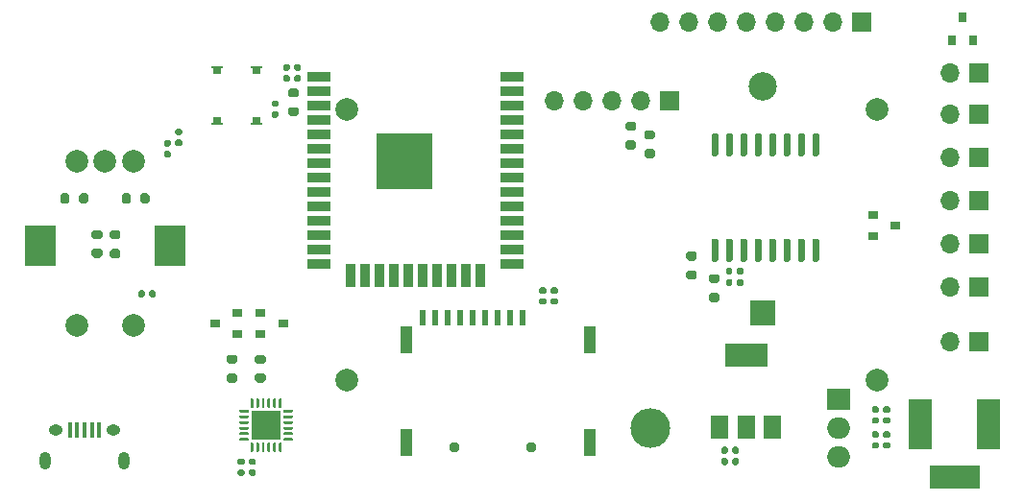
<source format=gbr>
%TF.GenerationSoftware,KiCad,Pcbnew,(5.1.8)-1*%
%TF.CreationDate,2021-03-10T16:05:31+00:00*%
%TF.ProjectId,Project_2_smaller,50726f6a-6563-4745-9f32-5f736d616c6c,rev?*%
%TF.SameCoordinates,Original*%
%TF.FileFunction,Soldermask,Top*%
%TF.FilePolarity,Negative*%
%FSLAX46Y46*%
G04 Gerber Fmt 4.6, Leading zero omitted, Abs format (unit mm)*
G04 Created by KiCad (PCBNEW (5.1.8)-1) date 2021-03-10 16:05:31*
%MOMM*%
%LPD*%
G01*
G04 APERTURE LIST*
%ADD10O,1.000000X1.550000*%
%ADD11O,1.250000X0.950000*%
%ADD12R,0.400000X1.350000*%
%ADD13R,4.500000X2.000000*%
%ADD14R,2.000000X4.500000*%
%ADD15O,1.700000X1.700000*%
%ADD16R,1.700000X1.700000*%
%ADD17C,2.000000*%
%ADD18R,0.620000X1.400000*%
%ADD19C,0.950000*%
%ADD20R,1.100000X2.400000*%
%ADD21R,2.170000X2.170000*%
%ADD22C,2.500000*%
%ADD23R,0.900000X0.800000*%
%ADD24R,0.800000X0.900000*%
%ADD25R,2.800000X3.600000*%
%ADD26R,0.700000X0.500000*%
%ADD27R,1.100000X0.200000*%
%ADD28R,2.000000X0.900000*%
%ADD29R,0.900000X2.000000*%
%ADD30R,5.000000X5.000000*%
%ADD31O,3.500000X3.500000*%
%ADD32R,2.000000X1.905000*%
%ADD33O,2.000000X1.905000*%
%ADD34R,2.600000X2.600000*%
%ADD35R,3.800000X2.000000*%
%ADD36R,1.500000X2.000000*%
G04 APERTURE END LIST*
D10*
%TO.C,J1*%
X102000000Y-106700000D03*
X95000000Y-106700000D03*
D11*
X96000000Y-104000000D03*
X101000000Y-104000000D03*
D12*
X97200000Y-104000000D03*
X97850000Y-104000000D03*
X99800000Y-104000000D03*
X99150000Y-104000000D03*
X98500000Y-104000000D03*
%TD*%
D13*
%TO.C,J2*%
X175200000Y-108200000D03*
D14*
X172200000Y-103500000D03*
X178200000Y-103500000D03*
%TD*%
D15*
%TO.C,J13*%
X139920000Y-75000000D03*
X142460000Y-75000000D03*
X145000000Y-75000000D03*
X147540000Y-75000000D03*
D16*
X150080000Y-75000000D03*
D17*
X121632000Y-75762000D03*
X168368000Y-75762000D03*
X168368000Y-99638000D03*
X121632000Y-99638000D03*
%TD*%
D18*
%TO.C,J3*%
X137080000Y-94080000D03*
X135980000Y-94080000D03*
X134880000Y-94080000D03*
X133780000Y-94080000D03*
X132680000Y-94080000D03*
X131580000Y-94080000D03*
X130480000Y-94080000D03*
X129380000Y-94080000D03*
X128280000Y-94080000D03*
D19*
X131100000Y-105500000D03*
X137900000Y-105500000D03*
D20*
X126900000Y-105080000D03*
X126900000Y-96080000D03*
X143050000Y-96080000D03*
X143050000Y-105080000D03*
%TD*%
%TO.C,R7*%
G36*
G01*
X114275000Y-98175000D02*
X113725000Y-98175000D01*
G75*
G02*
X113525000Y-97975000I0J200000D01*
G01*
X113525000Y-97575000D01*
G75*
G02*
X113725000Y-97375000I200000J0D01*
G01*
X114275000Y-97375000D01*
G75*
G02*
X114475000Y-97575000I0J-200000D01*
G01*
X114475000Y-97975000D01*
G75*
G02*
X114275000Y-98175000I-200000J0D01*
G01*
G37*
G36*
G01*
X114275000Y-99825000D02*
X113725000Y-99825000D01*
G75*
G02*
X113525000Y-99625000I0J200000D01*
G01*
X113525000Y-99225000D01*
G75*
G02*
X113725000Y-99025000I200000J0D01*
G01*
X114275000Y-99025000D01*
G75*
G02*
X114475000Y-99225000I0J-200000D01*
G01*
X114475000Y-99625000D01*
G75*
G02*
X114275000Y-99825000I-200000J0D01*
G01*
G37*
%TD*%
D21*
%TO.C,BT1*%
X158300000Y-93700000D03*
D22*
X158300000Y-73700000D03*
%TD*%
%TO.C,C1*%
G36*
G01*
X116470000Y-72314999D02*
X116130000Y-72314999D01*
G75*
G02*
X115990000Y-72174999I0J140000D01*
G01*
X115990000Y-71894999D01*
G75*
G02*
X116130000Y-71754999I140000J0D01*
G01*
X116470000Y-71754999D01*
G75*
G02*
X116610000Y-71894999I0J-140000D01*
G01*
X116610000Y-72174999D01*
G75*
G02*
X116470000Y-72314999I-140000J0D01*
G01*
G37*
G36*
G01*
X116470000Y-73274999D02*
X116130000Y-73274999D01*
G75*
G02*
X115990000Y-73134999I0J140000D01*
G01*
X115990000Y-72854999D01*
G75*
G02*
X116130000Y-72714999I140000J0D01*
G01*
X116470000Y-72714999D01*
G75*
G02*
X116610000Y-72854999I0J-140000D01*
G01*
X116610000Y-73134999D01*
G75*
G02*
X116470000Y-73274999I-140000J0D01*
G01*
G37*
%TD*%
%TO.C,C2*%
G36*
G01*
X117445001Y-72314999D02*
X117105001Y-72314999D01*
G75*
G02*
X116965001Y-72174999I0J140000D01*
G01*
X116965001Y-71894999D01*
G75*
G02*
X117105001Y-71754999I140000J0D01*
G01*
X117445001Y-71754999D01*
G75*
G02*
X117585001Y-71894999I0J-140000D01*
G01*
X117585001Y-72174999D01*
G75*
G02*
X117445001Y-72314999I-140000J0D01*
G01*
G37*
G36*
G01*
X117445001Y-73274999D02*
X117105001Y-73274999D01*
G75*
G02*
X116965001Y-73134999I0J140000D01*
G01*
X116965001Y-72854999D01*
G75*
G02*
X117105001Y-72714999I140000J0D01*
G01*
X117445001Y-72714999D01*
G75*
G02*
X117585001Y-72854999I0J-140000D01*
G01*
X117585001Y-73134999D01*
G75*
G02*
X117445001Y-73274999I-140000J0D01*
G01*
G37*
%TD*%
%TO.C,C3*%
G36*
G01*
X115470000Y-75500000D02*
X115130000Y-75500000D01*
G75*
G02*
X114990000Y-75360000I0J140000D01*
G01*
X114990000Y-75080000D01*
G75*
G02*
X115130000Y-74940000I140000J0D01*
G01*
X115470000Y-74940000D01*
G75*
G02*
X115610000Y-75080000I0J-140000D01*
G01*
X115610000Y-75360000D01*
G75*
G02*
X115470000Y-75500000I-140000J0D01*
G01*
G37*
G36*
G01*
X115470000Y-76460000D02*
X115130000Y-76460000D01*
G75*
G02*
X114990000Y-76320000I0J140000D01*
G01*
X114990000Y-76040000D01*
G75*
G02*
X115130000Y-75900000I140000J0D01*
G01*
X115470000Y-75900000D01*
G75*
G02*
X115610000Y-76040000I0J-140000D01*
G01*
X115610000Y-76320000D01*
G75*
G02*
X115470000Y-76460000I-140000J0D01*
G01*
G37*
%TD*%
%TO.C,C4*%
G36*
G01*
X113130000Y-106540000D02*
X113470000Y-106540000D01*
G75*
G02*
X113610000Y-106680000I0J-140000D01*
G01*
X113610000Y-106960000D01*
G75*
G02*
X113470000Y-107100000I-140000J0D01*
G01*
X113130000Y-107100000D01*
G75*
G02*
X112990000Y-106960000I0J140000D01*
G01*
X112990000Y-106680000D01*
G75*
G02*
X113130000Y-106540000I140000J0D01*
G01*
G37*
G36*
G01*
X113130000Y-107500000D02*
X113470000Y-107500000D01*
G75*
G02*
X113610000Y-107640000I0J-140000D01*
G01*
X113610000Y-107920000D01*
G75*
G02*
X113470000Y-108060000I-140000J0D01*
G01*
X113130000Y-108060000D01*
G75*
G02*
X112990000Y-107920000I0J140000D01*
G01*
X112990000Y-107640000D01*
G75*
G02*
X113130000Y-107500000I140000J0D01*
G01*
G37*
%TD*%
%TO.C,C5*%
G36*
G01*
X155040000Y-90170000D02*
X155040000Y-89830000D01*
G75*
G02*
X155180000Y-89690000I140000J0D01*
G01*
X155460000Y-89690000D01*
G75*
G02*
X155600000Y-89830000I0J-140000D01*
G01*
X155600000Y-90170000D01*
G75*
G02*
X155460000Y-90310000I-140000J0D01*
G01*
X155180000Y-90310000D01*
G75*
G02*
X155040000Y-90170000I0J140000D01*
G01*
G37*
G36*
G01*
X156000000Y-90170000D02*
X156000000Y-89830000D01*
G75*
G02*
X156140000Y-89690000I140000J0D01*
G01*
X156420000Y-89690000D01*
G75*
G02*
X156560000Y-89830000I0J-140000D01*
G01*
X156560000Y-90170000D01*
G75*
G02*
X156420000Y-90310000I-140000J0D01*
G01*
X156140000Y-90310000D01*
G75*
G02*
X156000000Y-90170000I0J140000D01*
G01*
G37*
%TD*%
%TO.C,C6*%
G36*
G01*
X112130000Y-107500000D02*
X112470000Y-107500000D01*
G75*
G02*
X112610000Y-107640000I0J-140000D01*
G01*
X112610000Y-107920000D01*
G75*
G02*
X112470000Y-108060000I-140000J0D01*
G01*
X112130000Y-108060000D01*
G75*
G02*
X111990000Y-107920000I0J140000D01*
G01*
X111990000Y-107640000D01*
G75*
G02*
X112130000Y-107500000I140000J0D01*
G01*
G37*
G36*
G01*
X112130000Y-106540000D02*
X112470000Y-106540000D01*
G75*
G02*
X112610000Y-106680000I0J-140000D01*
G01*
X112610000Y-106960000D01*
G75*
G02*
X112470000Y-107100000I-140000J0D01*
G01*
X112130000Y-107100000D01*
G75*
G02*
X111990000Y-106960000I0J140000D01*
G01*
X111990000Y-106680000D01*
G75*
G02*
X112130000Y-106540000I140000J0D01*
G01*
G37*
%TD*%
%TO.C,C7*%
G36*
G01*
X156000000Y-91170000D02*
X156000000Y-90830000D01*
G75*
G02*
X156140000Y-90690000I140000J0D01*
G01*
X156420000Y-90690000D01*
G75*
G02*
X156560000Y-90830000I0J-140000D01*
G01*
X156560000Y-91170000D01*
G75*
G02*
X156420000Y-91310000I-140000J0D01*
G01*
X156140000Y-91310000D01*
G75*
G02*
X156000000Y-91170000I0J140000D01*
G01*
G37*
G36*
G01*
X155040000Y-91170000D02*
X155040000Y-90830000D01*
G75*
G02*
X155180000Y-90690000I140000J0D01*
G01*
X155460000Y-90690000D01*
G75*
G02*
X155600000Y-90830000I0J-140000D01*
G01*
X155600000Y-91170000D01*
G75*
G02*
X155460000Y-91310000I-140000J0D01*
G01*
X155180000Y-91310000D01*
G75*
G02*
X155040000Y-91170000I0J140000D01*
G01*
G37*
%TD*%
%TO.C,C8*%
G36*
G01*
X169030000Y-102900000D02*
X169370000Y-102900000D01*
G75*
G02*
X169510000Y-103040000I0J-140000D01*
G01*
X169510000Y-103320000D01*
G75*
G02*
X169370000Y-103460000I-140000J0D01*
G01*
X169030000Y-103460000D01*
G75*
G02*
X168890000Y-103320000I0J140000D01*
G01*
X168890000Y-103040000D01*
G75*
G02*
X169030000Y-102900000I140000J0D01*
G01*
G37*
G36*
G01*
X169030000Y-101940000D02*
X169370000Y-101940000D01*
G75*
G02*
X169510000Y-102080000I0J-140000D01*
G01*
X169510000Y-102360000D01*
G75*
G02*
X169370000Y-102500000I-140000J0D01*
G01*
X169030000Y-102500000D01*
G75*
G02*
X168890000Y-102360000I0J140000D01*
G01*
X168890000Y-102080000D01*
G75*
G02*
X169030000Y-101940000I140000J0D01*
G01*
G37*
%TD*%
%TO.C,C9*%
G36*
G01*
X168030000Y-102900000D02*
X168370000Y-102900000D01*
G75*
G02*
X168510000Y-103040000I0J-140000D01*
G01*
X168510000Y-103320000D01*
G75*
G02*
X168370000Y-103460000I-140000J0D01*
G01*
X168030000Y-103460000D01*
G75*
G02*
X167890000Y-103320000I0J140000D01*
G01*
X167890000Y-103040000D01*
G75*
G02*
X168030000Y-102900000I140000J0D01*
G01*
G37*
G36*
G01*
X168030000Y-101940000D02*
X168370000Y-101940000D01*
G75*
G02*
X168510000Y-102080000I0J-140000D01*
G01*
X168510000Y-102360000D01*
G75*
G02*
X168370000Y-102500000I-140000J0D01*
G01*
X168030000Y-102500000D01*
G75*
G02*
X167890000Y-102360000I0J140000D01*
G01*
X167890000Y-102080000D01*
G75*
G02*
X168030000Y-101940000I140000J0D01*
G01*
G37*
%TD*%
%TO.C,C10*%
G36*
G01*
X169370000Y-104700000D02*
X169030000Y-104700000D01*
G75*
G02*
X168890000Y-104560000I0J140000D01*
G01*
X168890000Y-104280000D01*
G75*
G02*
X169030000Y-104140000I140000J0D01*
G01*
X169370000Y-104140000D01*
G75*
G02*
X169510000Y-104280000I0J-140000D01*
G01*
X169510000Y-104560000D01*
G75*
G02*
X169370000Y-104700000I-140000J0D01*
G01*
G37*
G36*
G01*
X169370000Y-105660000D02*
X169030000Y-105660000D01*
G75*
G02*
X168890000Y-105520000I0J140000D01*
G01*
X168890000Y-105240000D01*
G75*
G02*
X169030000Y-105100000I140000J0D01*
G01*
X169370000Y-105100000D01*
G75*
G02*
X169510000Y-105240000I0J-140000D01*
G01*
X169510000Y-105520000D01*
G75*
G02*
X169370000Y-105660000I-140000J0D01*
G01*
G37*
%TD*%
%TO.C,C11*%
G36*
G01*
X168370000Y-105660000D02*
X168030000Y-105660000D01*
G75*
G02*
X167890000Y-105520000I0J140000D01*
G01*
X167890000Y-105240000D01*
G75*
G02*
X168030000Y-105100000I140000J0D01*
G01*
X168370000Y-105100000D01*
G75*
G02*
X168510000Y-105240000I0J-140000D01*
G01*
X168510000Y-105520000D01*
G75*
G02*
X168370000Y-105660000I-140000J0D01*
G01*
G37*
G36*
G01*
X168370000Y-104700000D02*
X168030000Y-104700000D01*
G75*
G02*
X167890000Y-104560000I0J140000D01*
G01*
X167890000Y-104280000D01*
G75*
G02*
X168030000Y-104140000I140000J0D01*
G01*
X168370000Y-104140000D01*
G75*
G02*
X168510000Y-104280000I0J-140000D01*
G01*
X168510000Y-104560000D01*
G75*
G02*
X168370000Y-104700000I-140000J0D01*
G01*
G37*
%TD*%
%TO.C,C12*%
G36*
G01*
X140070000Y-92960000D02*
X139730000Y-92960000D01*
G75*
G02*
X139590000Y-92820000I0J140000D01*
G01*
X139590000Y-92540000D01*
G75*
G02*
X139730000Y-92400000I140000J0D01*
G01*
X140070000Y-92400000D01*
G75*
G02*
X140210000Y-92540000I0J-140000D01*
G01*
X140210000Y-92820000D01*
G75*
G02*
X140070000Y-92960000I-140000J0D01*
G01*
G37*
G36*
G01*
X140070000Y-92000000D02*
X139730000Y-92000000D01*
G75*
G02*
X139590000Y-91860000I0J140000D01*
G01*
X139590000Y-91580000D01*
G75*
G02*
X139730000Y-91440000I140000J0D01*
G01*
X140070000Y-91440000D01*
G75*
G02*
X140210000Y-91580000I0J-140000D01*
G01*
X140210000Y-91860000D01*
G75*
G02*
X140070000Y-92000000I-140000J0D01*
G01*
G37*
%TD*%
%TO.C,C13*%
G36*
G01*
X139055001Y-92000000D02*
X138715001Y-92000000D01*
G75*
G02*
X138575001Y-91860000I0J140000D01*
G01*
X138575001Y-91580000D01*
G75*
G02*
X138715001Y-91440000I140000J0D01*
G01*
X139055001Y-91440000D01*
G75*
G02*
X139195001Y-91580000I0J-140000D01*
G01*
X139195001Y-91860000D01*
G75*
G02*
X139055001Y-92000000I-140000J0D01*
G01*
G37*
G36*
G01*
X139055001Y-92960000D02*
X138715001Y-92960000D01*
G75*
G02*
X138575001Y-92820000I0J140000D01*
G01*
X138575001Y-92540000D01*
G75*
G02*
X138715001Y-92400000I140000J0D01*
G01*
X139055001Y-92400000D01*
G75*
G02*
X139195001Y-92540000I0J-140000D01*
G01*
X139195001Y-92820000D01*
G75*
G02*
X139055001Y-92960000I-140000J0D01*
G01*
G37*
%TD*%
%TO.C,C14*%
G36*
G01*
X156160000Y-105630000D02*
X156160000Y-105970000D01*
G75*
G02*
X156020000Y-106110000I-140000J0D01*
G01*
X155740000Y-106110000D01*
G75*
G02*
X155600000Y-105970000I0J140000D01*
G01*
X155600000Y-105630000D01*
G75*
G02*
X155740000Y-105490000I140000J0D01*
G01*
X156020000Y-105490000D01*
G75*
G02*
X156160000Y-105630000I0J-140000D01*
G01*
G37*
G36*
G01*
X155200000Y-105630000D02*
X155200000Y-105970000D01*
G75*
G02*
X155060000Y-106110000I-140000J0D01*
G01*
X154780000Y-106110000D01*
G75*
G02*
X154640000Y-105970000I0J140000D01*
G01*
X154640000Y-105630000D01*
G75*
G02*
X154780000Y-105490000I140000J0D01*
G01*
X155060000Y-105490000D01*
G75*
G02*
X155200000Y-105630000I0J-140000D01*
G01*
G37*
%TD*%
%TO.C,C15*%
G36*
G01*
X155200000Y-106630000D02*
X155200000Y-106970000D01*
G75*
G02*
X155060000Y-107110000I-140000J0D01*
G01*
X154780000Y-107110000D01*
G75*
G02*
X154640000Y-106970000I0J140000D01*
G01*
X154640000Y-106630000D01*
G75*
G02*
X154780000Y-106490000I140000J0D01*
G01*
X155060000Y-106490000D01*
G75*
G02*
X155200000Y-106630000I0J-140000D01*
G01*
G37*
G36*
G01*
X156160000Y-106630000D02*
X156160000Y-106970000D01*
G75*
G02*
X156020000Y-107110000I-140000J0D01*
G01*
X155740000Y-107110000D01*
G75*
G02*
X155600000Y-106970000I0J140000D01*
G01*
X155600000Y-106630000D01*
G75*
G02*
X155740000Y-106490000I140000J0D01*
G01*
X156020000Y-106490000D01*
G75*
G02*
X156160000Y-106630000I0J-140000D01*
G01*
G37*
%TD*%
%TO.C,C16*%
G36*
G01*
X105970000Y-79960000D02*
X105630000Y-79960000D01*
G75*
G02*
X105490000Y-79820000I0J140000D01*
G01*
X105490000Y-79540000D01*
G75*
G02*
X105630000Y-79400000I140000J0D01*
G01*
X105970000Y-79400000D01*
G75*
G02*
X106110000Y-79540000I0J-140000D01*
G01*
X106110000Y-79820000D01*
G75*
G02*
X105970000Y-79960000I-140000J0D01*
G01*
G37*
G36*
G01*
X105970000Y-79000000D02*
X105630000Y-79000000D01*
G75*
G02*
X105490000Y-78860000I0J140000D01*
G01*
X105490000Y-78580000D01*
G75*
G02*
X105630000Y-78440000I140000J0D01*
G01*
X105970000Y-78440000D01*
G75*
G02*
X106110000Y-78580000I0J-140000D01*
G01*
X106110000Y-78860000D01*
G75*
G02*
X105970000Y-79000000I-140000J0D01*
G01*
G37*
%TD*%
%TO.C,C17*%
G36*
G01*
X106630000Y-78400000D02*
X106970000Y-78400000D01*
G75*
G02*
X107110000Y-78540000I0J-140000D01*
G01*
X107110000Y-78820000D01*
G75*
G02*
X106970000Y-78960000I-140000J0D01*
G01*
X106630000Y-78960000D01*
G75*
G02*
X106490000Y-78820000I0J140000D01*
G01*
X106490000Y-78540000D01*
G75*
G02*
X106630000Y-78400000I140000J0D01*
G01*
G37*
G36*
G01*
X106630000Y-77440000D02*
X106970000Y-77440000D01*
G75*
G02*
X107110000Y-77580000I0J-140000D01*
G01*
X107110000Y-77860000D01*
G75*
G02*
X106970000Y-78000000I-140000J0D01*
G01*
X106630000Y-78000000D01*
G75*
G02*
X106490000Y-77860000I0J140000D01*
G01*
X106490000Y-77580000D01*
G75*
G02*
X106630000Y-77440000I140000J0D01*
G01*
G37*
%TD*%
%TO.C,C18*%
G36*
G01*
X103240000Y-92170000D02*
X103240000Y-91830000D01*
G75*
G02*
X103380000Y-91690000I140000J0D01*
G01*
X103660000Y-91690000D01*
G75*
G02*
X103800000Y-91830000I0J-140000D01*
G01*
X103800000Y-92170000D01*
G75*
G02*
X103660000Y-92310000I-140000J0D01*
G01*
X103380000Y-92310000D01*
G75*
G02*
X103240000Y-92170000I0J140000D01*
G01*
G37*
G36*
G01*
X104200000Y-92170000D02*
X104200000Y-91830000D01*
G75*
G02*
X104340000Y-91690000I140000J0D01*
G01*
X104620000Y-91690000D01*
G75*
G02*
X104760000Y-91830000I0J-140000D01*
G01*
X104760000Y-92170000D01*
G75*
G02*
X104620000Y-92310000I-140000J0D01*
G01*
X104340000Y-92310000D01*
G75*
G02*
X104200000Y-92170000I0J140000D01*
G01*
G37*
%TD*%
D23*
%TO.C,D1*%
X170000000Y-86000000D03*
X168000000Y-86950000D03*
X168000000Y-85050000D03*
%TD*%
D24*
%TO.C,D2*%
X174950000Y-69600000D03*
X176850000Y-69600000D03*
X175900000Y-67600000D03*
%TD*%
D16*
%TO.C,J5*%
X167000000Y-68000000D03*
D15*
X164460000Y-68000000D03*
X161920000Y-68000000D03*
X159380000Y-68000000D03*
X156840000Y-68000000D03*
X154300000Y-68000000D03*
X151760000Y-68000000D03*
X149220000Y-68000000D03*
%TD*%
D16*
%TO.C,J6*%
X177300000Y-96200000D03*
D15*
X174760000Y-96200000D03*
%TD*%
D16*
%TO.C,J7*%
X177300000Y-91400000D03*
D15*
X174760000Y-91400000D03*
%TD*%
%TO.C,J8*%
X174760000Y-87600000D03*
D16*
X177300000Y-87600000D03*
%TD*%
%TO.C,J9*%
X177300000Y-83800000D03*
D15*
X174760000Y-83800000D03*
%TD*%
D16*
%TO.C,J10*%
X177300000Y-80000000D03*
D15*
X174760000Y-80000000D03*
%TD*%
%TO.C,J11*%
X174760000Y-76200000D03*
D16*
X177300000Y-76200000D03*
%TD*%
D15*
%TO.C,J12*%
X174760000Y-72500000D03*
D16*
X177300000Y-72500000D03*
%TD*%
D23*
%TO.C,Q1*%
X110000000Y-94600000D03*
X112000000Y-93650000D03*
X112000000Y-95550000D03*
%TD*%
%TO.C,Q2*%
X114000000Y-93650000D03*
X114000000Y-95550000D03*
X116000000Y-94600000D03*
%TD*%
%TO.C,R1*%
G36*
G01*
X117175000Y-76325000D02*
X116625000Y-76325000D01*
G75*
G02*
X116425000Y-76125000I0J200000D01*
G01*
X116425000Y-75725000D01*
G75*
G02*
X116625000Y-75525000I200000J0D01*
G01*
X117175000Y-75525000D01*
G75*
G02*
X117375000Y-75725000I0J-200000D01*
G01*
X117375000Y-76125000D01*
G75*
G02*
X117175000Y-76325000I-200000J0D01*
G01*
G37*
G36*
G01*
X117175000Y-74675000D02*
X116625000Y-74675000D01*
G75*
G02*
X116425000Y-74475000I0J200000D01*
G01*
X116425000Y-74075000D01*
G75*
G02*
X116625000Y-73875000I200000J0D01*
G01*
X117175000Y-73875000D01*
G75*
G02*
X117375000Y-74075000I0J-200000D01*
G01*
X117375000Y-74475000D01*
G75*
G02*
X117175000Y-74675000I-200000J0D01*
G01*
G37*
%TD*%
%TO.C,R2*%
G36*
G01*
X154275000Y-92725000D02*
X153725000Y-92725000D01*
G75*
G02*
X153525000Y-92525000I0J200000D01*
G01*
X153525000Y-92125000D01*
G75*
G02*
X153725000Y-91925000I200000J0D01*
G01*
X154275000Y-91925000D01*
G75*
G02*
X154475000Y-92125000I0J-200000D01*
G01*
X154475000Y-92525000D01*
G75*
G02*
X154275000Y-92725000I-200000J0D01*
G01*
G37*
G36*
G01*
X154275000Y-91075000D02*
X153725000Y-91075000D01*
G75*
G02*
X153525000Y-90875000I0J200000D01*
G01*
X153525000Y-90475000D01*
G75*
G02*
X153725000Y-90275000I200000J0D01*
G01*
X154275000Y-90275000D01*
G75*
G02*
X154475000Y-90475000I0J-200000D01*
G01*
X154475000Y-90875000D01*
G75*
G02*
X154275000Y-91075000I-200000J0D01*
G01*
G37*
%TD*%
%TO.C,R3*%
G36*
G01*
X151725000Y-89925000D02*
X152275000Y-89925000D01*
G75*
G02*
X152475000Y-90125000I0J-200000D01*
G01*
X152475000Y-90525000D01*
G75*
G02*
X152275000Y-90725000I-200000J0D01*
G01*
X151725000Y-90725000D01*
G75*
G02*
X151525000Y-90525000I0J200000D01*
G01*
X151525000Y-90125000D01*
G75*
G02*
X151725000Y-89925000I200000J0D01*
G01*
G37*
G36*
G01*
X151725000Y-88275000D02*
X152275000Y-88275000D01*
G75*
G02*
X152475000Y-88475000I0J-200000D01*
G01*
X152475000Y-88875000D01*
G75*
G02*
X152275000Y-89075000I-200000J0D01*
G01*
X151725000Y-89075000D01*
G75*
G02*
X151525000Y-88875000I0J200000D01*
G01*
X151525000Y-88475000D01*
G75*
G02*
X151725000Y-88275000I200000J0D01*
G01*
G37*
%TD*%
%TO.C,R4*%
G36*
G01*
X148575000Y-78375000D02*
X148025000Y-78375000D01*
G75*
G02*
X147825000Y-78175000I0J200000D01*
G01*
X147825000Y-77775000D01*
G75*
G02*
X148025000Y-77575000I200000J0D01*
G01*
X148575000Y-77575000D01*
G75*
G02*
X148775000Y-77775000I0J-200000D01*
G01*
X148775000Y-78175000D01*
G75*
G02*
X148575000Y-78375000I-200000J0D01*
G01*
G37*
G36*
G01*
X148575000Y-80025000D02*
X148025000Y-80025000D01*
G75*
G02*
X147825000Y-79825000I0J200000D01*
G01*
X147825000Y-79425000D01*
G75*
G02*
X148025000Y-79225000I200000J0D01*
G01*
X148575000Y-79225000D01*
G75*
G02*
X148775000Y-79425000I0J-200000D01*
G01*
X148775000Y-79825000D01*
G75*
G02*
X148575000Y-80025000I-200000J0D01*
G01*
G37*
%TD*%
%TO.C,R5*%
G36*
G01*
X146925000Y-77625000D02*
X146375000Y-77625000D01*
G75*
G02*
X146175000Y-77425000I0J200000D01*
G01*
X146175000Y-77025000D01*
G75*
G02*
X146375000Y-76825000I200000J0D01*
G01*
X146925000Y-76825000D01*
G75*
G02*
X147125000Y-77025000I0J-200000D01*
G01*
X147125000Y-77425000D01*
G75*
G02*
X146925000Y-77625000I-200000J0D01*
G01*
G37*
G36*
G01*
X146925000Y-79275000D02*
X146375000Y-79275000D01*
G75*
G02*
X146175000Y-79075000I0J200000D01*
G01*
X146175000Y-78675000D01*
G75*
G02*
X146375000Y-78475000I200000J0D01*
G01*
X146925000Y-78475000D01*
G75*
G02*
X147125000Y-78675000I0J-200000D01*
G01*
X147125000Y-79075000D01*
G75*
G02*
X146925000Y-79275000I-200000J0D01*
G01*
G37*
%TD*%
%TO.C,R6*%
G36*
G01*
X111775000Y-99825000D02*
X111225000Y-99825000D01*
G75*
G02*
X111025000Y-99625000I0J200000D01*
G01*
X111025000Y-99225000D01*
G75*
G02*
X111225000Y-99025000I200000J0D01*
G01*
X111775000Y-99025000D01*
G75*
G02*
X111975000Y-99225000I0J-200000D01*
G01*
X111975000Y-99625000D01*
G75*
G02*
X111775000Y-99825000I-200000J0D01*
G01*
G37*
G36*
G01*
X111775000Y-98175000D02*
X111225000Y-98175000D01*
G75*
G02*
X111025000Y-97975000I0J200000D01*
G01*
X111025000Y-97575000D01*
G75*
G02*
X111225000Y-97375000I200000J0D01*
G01*
X111775000Y-97375000D01*
G75*
G02*
X111975000Y-97575000I0J-200000D01*
G01*
X111975000Y-97975000D01*
G75*
G02*
X111775000Y-98175000I-200000J0D01*
G01*
G37*
%TD*%
%TO.C,R8*%
G36*
G01*
X98025000Y-83875000D02*
X98025000Y-83325000D01*
G75*
G02*
X98225000Y-83125000I200000J0D01*
G01*
X98625000Y-83125000D01*
G75*
G02*
X98825000Y-83325000I0J-200000D01*
G01*
X98825000Y-83875000D01*
G75*
G02*
X98625000Y-84075000I-200000J0D01*
G01*
X98225000Y-84075000D01*
G75*
G02*
X98025000Y-83875000I0J200000D01*
G01*
G37*
G36*
G01*
X96375000Y-83875000D02*
X96375000Y-83325000D01*
G75*
G02*
X96575000Y-83125000I200000J0D01*
G01*
X96975000Y-83125000D01*
G75*
G02*
X97175000Y-83325000I0J-200000D01*
G01*
X97175000Y-83875000D01*
G75*
G02*
X96975000Y-84075000I-200000J0D01*
G01*
X96575000Y-84075000D01*
G75*
G02*
X96375000Y-83875000I0J200000D01*
G01*
G37*
%TD*%
%TO.C,R9*%
G36*
G01*
X102575000Y-83325000D02*
X102575000Y-83875000D01*
G75*
G02*
X102375000Y-84075000I-200000J0D01*
G01*
X101975000Y-84075000D01*
G75*
G02*
X101775000Y-83875000I0J200000D01*
G01*
X101775000Y-83325000D01*
G75*
G02*
X101975000Y-83125000I200000J0D01*
G01*
X102375000Y-83125000D01*
G75*
G02*
X102575000Y-83325000I0J-200000D01*
G01*
G37*
G36*
G01*
X104225000Y-83325000D02*
X104225000Y-83875000D01*
G75*
G02*
X104025000Y-84075000I-200000J0D01*
G01*
X103625000Y-84075000D01*
G75*
G02*
X103425000Y-83875000I0J200000D01*
G01*
X103425000Y-83325000D01*
G75*
G02*
X103625000Y-83125000I200000J0D01*
G01*
X104025000Y-83125000D01*
G75*
G02*
X104225000Y-83325000I0J-200000D01*
G01*
G37*
%TD*%
%TO.C,R10*%
G36*
G01*
X99875000Y-87175000D02*
X99325000Y-87175000D01*
G75*
G02*
X99125000Y-86975000I0J200000D01*
G01*
X99125000Y-86575000D01*
G75*
G02*
X99325000Y-86375000I200000J0D01*
G01*
X99875000Y-86375000D01*
G75*
G02*
X100075000Y-86575000I0J-200000D01*
G01*
X100075000Y-86975000D01*
G75*
G02*
X99875000Y-87175000I-200000J0D01*
G01*
G37*
G36*
G01*
X99875000Y-88825000D02*
X99325000Y-88825000D01*
G75*
G02*
X99125000Y-88625000I0J200000D01*
G01*
X99125000Y-88225000D01*
G75*
G02*
X99325000Y-88025000I200000J0D01*
G01*
X99875000Y-88025000D01*
G75*
G02*
X100075000Y-88225000I0J-200000D01*
G01*
X100075000Y-88625000D01*
G75*
G02*
X99875000Y-88825000I-200000J0D01*
G01*
G37*
%TD*%
%TO.C,R11*%
G36*
G01*
X101475000Y-87200000D02*
X100925000Y-87200000D01*
G75*
G02*
X100725000Y-87000000I0J200000D01*
G01*
X100725000Y-86600000D01*
G75*
G02*
X100925000Y-86400000I200000J0D01*
G01*
X101475000Y-86400000D01*
G75*
G02*
X101675000Y-86600000I0J-200000D01*
G01*
X101675000Y-87000000D01*
G75*
G02*
X101475000Y-87200000I-200000J0D01*
G01*
G37*
G36*
G01*
X101475000Y-88850000D02*
X100925000Y-88850000D01*
G75*
G02*
X100725000Y-88650000I0J200000D01*
G01*
X100725000Y-88250000D01*
G75*
G02*
X100925000Y-88050000I200000J0D01*
G01*
X101475000Y-88050000D01*
G75*
G02*
X101675000Y-88250000I0J-200000D01*
G01*
X101675000Y-88650000D01*
G75*
G02*
X101475000Y-88850000I-200000J0D01*
G01*
G37*
%TD*%
D17*
%TO.C,S1*%
X102800000Y-80300000D03*
X100300000Y-80300000D03*
X97800000Y-80300000D03*
X102800000Y-94800000D03*
X97800000Y-94800000D03*
D25*
X106000000Y-87800000D03*
X94600000Y-87800000D03*
%TD*%
D26*
%TO.C,SW1*%
X110150000Y-76625000D03*
X110150000Y-72375000D03*
X113650000Y-76625000D03*
X113650000Y-72375000D03*
D27*
X113650000Y-76975000D03*
X110150000Y-72025000D03*
X110150000Y-76975000D03*
X113650000Y-72025000D03*
%TD*%
D28*
%TO.C,U1*%
X136200000Y-72845000D03*
X136200000Y-74115000D03*
X136200000Y-75385000D03*
X136200000Y-76655000D03*
X136200000Y-77925000D03*
X136200000Y-79195000D03*
X136200000Y-80465000D03*
X136200000Y-81735000D03*
X136200000Y-83005000D03*
X136200000Y-84275000D03*
X136200000Y-85545000D03*
X136200000Y-86815000D03*
X136200000Y-88085000D03*
X136200000Y-89355000D03*
D29*
X133415000Y-90355000D03*
X132145000Y-90355000D03*
X130875000Y-90355000D03*
X129605000Y-90355000D03*
X128335000Y-90355000D03*
X127065000Y-90355000D03*
X125795000Y-90355000D03*
X124525000Y-90355000D03*
X123255000Y-90355000D03*
X121985000Y-90355000D03*
D28*
X119200000Y-89355000D03*
X119200000Y-88085000D03*
X119200000Y-86815000D03*
X119200000Y-85545000D03*
X119200000Y-84275000D03*
X119200000Y-83005000D03*
X119200000Y-81735000D03*
X119200000Y-80465000D03*
X119200000Y-79195000D03*
X119200000Y-77925000D03*
X119200000Y-76655000D03*
X119200000Y-75385000D03*
X119200000Y-74115000D03*
X119200000Y-72845000D03*
D30*
X126700000Y-80345000D03*
%TD*%
D31*
%TO.C,U2*%
X148340000Y-103840000D03*
D32*
X165000000Y-101300000D03*
D33*
X165000000Y-103840000D03*
X165000000Y-106380000D03*
%TD*%
%TO.C,U3*%
G36*
G01*
X154205000Y-89175000D02*
X153905000Y-89175000D01*
G75*
G02*
X153755000Y-89025000I0J150000D01*
G01*
X153755000Y-87275000D01*
G75*
G02*
X153905000Y-87125000I150000J0D01*
G01*
X154205000Y-87125000D01*
G75*
G02*
X154355000Y-87275000I0J-150000D01*
G01*
X154355000Y-89025000D01*
G75*
G02*
X154205000Y-89175000I-150000J0D01*
G01*
G37*
G36*
G01*
X155475000Y-89175000D02*
X155175000Y-89175000D01*
G75*
G02*
X155025000Y-89025000I0J150000D01*
G01*
X155025000Y-87275000D01*
G75*
G02*
X155175000Y-87125000I150000J0D01*
G01*
X155475000Y-87125000D01*
G75*
G02*
X155625000Y-87275000I0J-150000D01*
G01*
X155625000Y-89025000D01*
G75*
G02*
X155475000Y-89175000I-150000J0D01*
G01*
G37*
G36*
G01*
X156745000Y-89175000D02*
X156445000Y-89175000D01*
G75*
G02*
X156295000Y-89025000I0J150000D01*
G01*
X156295000Y-87275000D01*
G75*
G02*
X156445000Y-87125000I150000J0D01*
G01*
X156745000Y-87125000D01*
G75*
G02*
X156895000Y-87275000I0J-150000D01*
G01*
X156895000Y-89025000D01*
G75*
G02*
X156745000Y-89175000I-150000J0D01*
G01*
G37*
G36*
G01*
X158015000Y-89175000D02*
X157715000Y-89175000D01*
G75*
G02*
X157565000Y-89025000I0J150000D01*
G01*
X157565000Y-87275000D01*
G75*
G02*
X157715000Y-87125000I150000J0D01*
G01*
X158015000Y-87125000D01*
G75*
G02*
X158165000Y-87275000I0J-150000D01*
G01*
X158165000Y-89025000D01*
G75*
G02*
X158015000Y-89175000I-150000J0D01*
G01*
G37*
G36*
G01*
X159285000Y-89175000D02*
X158985000Y-89175000D01*
G75*
G02*
X158835000Y-89025000I0J150000D01*
G01*
X158835000Y-87275000D01*
G75*
G02*
X158985000Y-87125000I150000J0D01*
G01*
X159285000Y-87125000D01*
G75*
G02*
X159435000Y-87275000I0J-150000D01*
G01*
X159435000Y-89025000D01*
G75*
G02*
X159285000Y-89175000I-150000J0D01*
G01*
G37*
G36*
G01*
X160555000Y-89175000D02*
X160255000Y-89175000D01*
G75*
G02*
X160105000Y-89025000I0J150000D01*
G01*
X160105000Y-87275000D01*
G75*
G02*
X160255000Y-87125000I150000J0D01*
G01*
X160555000Y-87125000D01*
G75*
G02*
X160705000Y-87275000I0J-150000D01*
G01*
X160705000Y-89025000D01*
G75*
G02*
X160555000Y-89175000I-150000J0D01*
G01*
G37*
G36*
G01*
X161825000Y-89175000D02*
X161525000Y-89175000D01*
G75*
G02*
X161375000Y-89025000I0J150000D01*
G01*
X161375000Y-87275000D01*
G75*
G02*
X161525000Y-87125000I150000J0D01*
G01*
X161825000Y-87125000D01*
G75*
G02*
X161975000Y-87275000I0J-150000D01*
G01*
X161975000Y-89025000D01*
G75*
G02*
X161825000Y-89175000I-150000J0D01*
G01*
G37*
G36*
G01*
X163095000Y-89175000D02*
X162795000Y-89175000D01*
G75*
G02*
X162645000Y-89025000I0J150000D01*
G01*
X162645000Y-87275000D01*
G75*
G02*
X162795000Y-87125000I150000J0D01*
G01*
X163095000Y-87125000D01*
G75*
G02*
X163245000Y-87275000I0J-150000D01*
G01*
X163245000Y-89025000D01*
G75*
G02*
X163095000Y-89175000I-150000J0D01*
G01*
G37*
G36*
G01*
X163095000Y-79875000D02*
X162795000Y-79875000D01*
G75*
G02*
X162645000Y-79725000I0J150000D01*
G01*
X162645000Y-77975000D01*
G75*
G02*
X162795000Y-77825000I150000J0D01*
G01*
X163095000Y-77825000D01*
G75*
G02*
X163245000Y-77975000I0J-150000D01*
G01*
X163245000Y-79725000D01*
G75*
G02*
X163095000Y-79875000I-150000J0D01*
G01*
G37*
G36*
G01*
X161825000Y-79875000D02*
X161525000Y-79875000D01*
G75*
G02*
X161375000Y-79725000I0J150000D01*
G01*
X161375000Y-77975000D01*
G75*
G02*
X161525000Y-77825000I150000J0D01*
G01*
X161825000Y-77825000D01*
G75*
G02*
X161975000Y-77975000I0J-150000D01*
G01*
X161975000Y-79725000D01*
G75*
G02*
X161825000Y-79875000I-150000J0D01*
G01*
G37*
G36*
G01*
X160555000Y-79875000D02*
X160255000Y-79875000D01*
G75*
G02*
X160105000Y-79725000I0J150000D01*
G01*
X160105000Y-77975000D01*
G75*
G02*
X160255000Y-77825000I150000J0D01*
G01*
X160555000Y-77825000D01*
G75*
G02*
X160705000Y-77975000I0J-150000D01*
G01*
X160705000Y-79725000D01*
G75*
G02*
X160555000Y-79875000I-150000J0D01*
G01*
G37*
G36*
G01*
X159285000Y-79875000D02*
X158985000Y-79875000D01*
G75*
G02*
X158835000Y-79725000I0J150000D01*
G01*
X158835000Y-77975000D01*
G75*
G02*
X158985000Y-77825000I150000J0D01*
G01*
X159285000Y-77825000D01*
G75*
G02*
X159435000Y-77975000I0J-150000D01*
G01*
X159435000Y-79725000D01*
G75*
G02*
X159285000Y-79875000I-150000J0D01*
G01*
G37*
G36*
G01*
X158015000Y-79875000D02*
X157715000Y-79875000D01*
G75*
G02*
X157565000Y-79725000I0J150000D01*
G01*
X157565000Y-77975000D01*
G75*
G02*
X157715000Y-77825000I150000J0D01*
G01*
X158015000Y-77825000D01*
G75*
G02*
X158165000Y-77975000I0J-150000D01*
G01*
X158165000Y-79725000D01*
G75*
G02*
X158015000Y-79875000I-150000J0D01*
G01*
G37*
G36*
G01*
X156745000Y-79875000D02*
X156445000Y-79875000D01*
G75*
G02*
X156295000Y-79725000I0J150000D01*
G01*
X156295000Y-77975000D01*
G75*
G02*
X156445000Y-77825000I150000J0D01*
G01*
X156745000Y-77825000D01*
G75*
G02*
X156895000Y-77975000I0J-150000D01*
G01*
X156895000Y-79725000D01*
G75*
G02*
X156745000Y-79875000I-150000J0D01*
G01*
G37*
G36*
G01*
X155475000Y-79875000D02*
X155175000Y-79875000D01*
G75*
G02*
X155025000Y-79725000I0J150000D01*
G01*
X155025000Y-77975000D01*
G75*
G02*
X155175000Y-77825000I150000J0D01*
G01*
X155475000Y-77825000D01*
G75*
G02*
X155625000Y-77975000I0J-150000D01*
G01*
X155625000Y-79725000D01*
G75*
G02*
X155475000Y-79875000I-150000J0D01*
G01*
G37*
G36*
G01*
X154205000Y-79875000D02*
X153905000Y-79875000D01*
G75*
G02*
X153755000Y-79725000I0J150000D01*
G01*
X153755000Y-77975000D01*
G75*
G02*
X153905000Y-77825000I150000J0D01*
G01*
X154205000Y-77825000D01*
G75*
G02*
X154355000Y-77975000I0J-150000D01*
G01*
X154355000Y-79725000D01*
G75*
G02*
X154205000Y-79875000I-150000J0D01*
G01*
G37*
%TD*%
D34*
%TO.C,U4*%
X114500000Y-103600000D03*
G36*
G01*
X113125000Y-102012500D02*
X113125000Y-101312500D01*
G75*
G02*
X113187500Y-101250000I62500J0D01*
G01*
X113312500Y-101250000D01*
G75*
G02*
X113375000Y-101312500I0J-62500D01*
G01*
X113375000Y-102012500D01*
G75*
G02*
X113312500Y-102075000I-62500J0D01*
G01*
X113187500Y-102075000D01*
G75*
G02*
X113125000Y-102012500I0J62500D01*
G01*
G37*
G36*
G01*
X113625000Y-102012500D02*
X113625000Y-101312500D01*
G75*
G02*
X113687500Y-101250000I62500J0D01*
G01*
X113812500Y-101250000D01*
G75*
G02*
X113875000Y-101312500I0J-62500D01*
G01*
X113875000Y-102012500D01*
G75*
G02*
X113812500Y-102075000I-62500J0D01*
G01*
X113687500Y-102075000D01*
G75*
G02*
X113625000Y-102012500I0J62500D01*
G01*
G37*
G36*
G01*
X114125000Y-102012500D02*
X114125000Y-101312500D01*
G75*
G02*
X114187500Y-101250000I62500J0D01*
G01*
X114312500Y-101250000D01*
G75*
G02*
X114375000Y-101312500I0J-62500D01*
G01*
X114375000Y-102012500D01*
G75*
G02*
X114312500Y-102075000I-62500J0D01*
G01*
X114187500Y-102075000D01*
G75*
G02*
X114125000Y-102012500I0J62500D01*
G01*
G37*
G36*
G01*
X114625000Y-102012500D02*
X114625000Y-101312500D01*
G75*
G02*
X114687500Y-101250000I62500J0D01*
G01*
X114812500Y-101250000D01*
G75*
G02*
X114875000Y-101312500I0J-62500D01*
G01*
X114875000Y-102012500D01*
G75*
G02*
X114812500Y-102075000I-62500J0D01*
G01*
X114687500Y-102075000D01*
G75*
G02*
X114625000Y-102012500I0J62500D01*
G01*
G37*
G36*
G01*
X115125000Y-102012500D02*
X115125000Y-101312500D01*
G75*
G02*
X115187500Y-101250000I62500J0D01*
G01*
X115312500Y-101250000D01*
G75*
G02*
X115375000Y-101312500I0J-62500D01*
G01*
X115375000Y-102012500D01*
G75*
G02*
X115312500Y-102075000I-62500J0D01*
G01*
X115187500Y-102075000D01*
G75*
G02*
X115125000Y-102012500I0J62500D01*
G01*
G37*
G36*
G01*
X115625000Y-102012500D02*
X115625000Y-101312500D01*
G75*
G02*
X115687500Y-101250000I62500J0D01*
G01*
X115812500Y-101250000D01*
G75*
G02*
X115875000Y-101312500I0J-62500D01*
G01*
X115875000Y-102012500D01*
G75*
G02*
X115812500Y-102075000I-62500J0D01*
G01*
X115687500Y-102075000D01*
G75*
G02*
X115625000Y-102012500I0J62500D01*
G01*
G37*
G36*
G01*
X116025000Y-102412500D02*
X116025000Y-102287500D01*
G75*
G02*
X116087500Y-102225000I62500J0D01*
G01*
X116787500Y-102225000D01*
G75*
G02*
X116850000Y-102287500I0J-62500D01*
G01*
X116850000Y-102412500D01*
G75*
G02*
X116787500Y-102475000I-62500J0D01*
G01*
X116087500Y-102475000D01*
G75*
G02*
X116025000Y-102412500I0J62500D01*
G01*
G37*
G36*
G01*
X116025000Y-102912500D02*
X116025000Y-102787500D01*
G75*
G02*
X116087500Y-102725000I62500J0D01*
G01*
X116787500Y-102725000D01*
G75*
G02*
X116850000Y-102787500I0J-62500D01*
G01*
X116850000Y-102912500D01*
G75*
G02*
X116787500Y-102975000I-62500J0D01*
G01*
X116087500Y-102975000D01*
G75*
G02*
X116025000Y-102912500I0J62500D01*
G01*
G37*
G36*
G01*
X116025000Y-103412500D02*
X116025000Y-103287500D01*
G75*
G02*
X116087500Y-103225000I62500J0D01*
G01*
X116787500Y-103225000D01*
G75*
G02*
X116850000Y-103287500I0J-62500D01*
G01*
X116850000Y-103412500D01*
G75*
G02*
X116787500Y-103475000I-62500J0D01*
G01*
X116087500Y-103475000D01*
G75*
G02*
X116025000Y-103412500I0J62500D01*
G01*
G37*
G36*
G01*
X116025000Y-103912500D02*
X116025000Y-103787500D01*
G75*
G02*
X116087500Y-103725000I62500J0D01*
G01*
X116787500Y-103725000D01*
G75*
G02*
X116850000Y-103787500I0J-62500D01*
G01*
X116850000Y-103912500D01*
G75*
G02*
X116787500Y-103975000I-62500J0D01*
G01*
X116087500Y-103975000D01*
G75*
G02*
X116025000Y-103912500I0J62500D01*
G01*
G37*
G36*
G01*
X116025000Y-104412500D02*
X116025000Y-104287500D01*
G75*
G02*
X116087500Y-104225000I62500J0D01*
G01*
X116787500Y-104225000D01*
G75*
G02*
X116850000Y-104287500I0J-62500D01*
G01*
X116850000Y-104412500D01*
G75*
G02*
X116787500Y-104475000I-62500J0D01*
G01*
X116087500Y-104475000D01*
G75*
G02*
X116025000Y-104412500I0J62500D01*
G01*
G37*
G36*
G01*
X116025000Y-104912500D02*
X116025000Y-104787500D01*
G75*
G02*
X116087500Y-104725000I62500J0D01*
G01*
X116787500Y-104725000D01*
G75*
G02*
X116850000Y-104787500I0J-62500D01*
G01*
X116850000Y-104912500D01*
G75*
G02*
X116787500Y-104975000I-62500J0D01*
G01*
X116087500Y-104975000D01*
G75*
G02*
X116025000Y-104912500I0J62500D01*
G01*
G37*
G36*
G01*
X115625000Y-105887500D02*
X115625000Y-105187500D01*
G75*
G02*
X115687500Y-105125000I62500J0D01*
G01*
X115812500Y-105125000D01*
G75*
G02*
X115875000Y-105187500I0J-62500D01*
G01*
X115875000Y-105887500D01*
G75*
G02*
X115812500Y-105950000I-62500J0D01*
G01*
X115687500Y-105950000D01*
G75*
G02*
X115625000Y-105887500I0J62500D01*
G01*
G37*
G36*
G01*
X115125000Y-105887500D02*
X115125000Y-105187500D01*
G75*
G02*
X115187500Y-105125000I62500J0D01*
G01*
X115312500Y-105125000D01*
G75*
G02*
X115375000Y-105187500I0J-62500D01*
G01*
X115375000Y-105887500D01*
G75*
G02*
X115312500Y-105950000I-62500J0D01*
G01*
X115187500Y-105950000D01*
G75*
G02*
X115125000Y-105887500I0J62500D01*
G01*
G37*
G36*
G01*
X114625000Y-105887500D02*
X114625000Y-105187500D01*
G75*
G02*
X114687500Y-105125000I62500J0D01*
G01*
X114812500Y-105125000D01*
G75*
G02*
X114875000Y-105187500I0J-62500D01*
G01*
X114875000Y-105887500D01*
G75*
G02*
X114812500Y-105950000I-62500J0D01*
G01*
X114687500Y-105950000D01*
G75*
G02*
X114625000Y-105887500I0J62500D01*
G01*
G37*
G36*
G01*
X114125000Y-105887500D02*
X114125000Y-105187500D01*
G75*
G02*
X114187500Y-105125000I62500J0D01*
G01*
X114312500Y-105125000D01*
G75*
G02*
X114375000Y-105187500I0J-62500D01*
G01*
X114375000Y-105887500D01*
G75*
G02*
X114312500Y-105950000I-62500J0D01*
G01*
X114187500Y-105950000D01*
G75*
G02*
X114125000Y-105887500I0J62500D01*
G01*
G37*
G36*
G01*
X113625000Y-105887500D02*
X113625000Y-105187500D01*
G75*
G02*
X113687500Y-105125000I62500J0D01*
G01*
X113812500Y-105125000D01*
G75*
G02*
X113875000Y-105187500I0J-62500D01*
G01*
X113875000Y-105887500D01*
G75*
G02*
X113812500Y-105950000I-62500J0D01*
G01*
X113687500Y-105950000D01*
G75*
G02*
X113625000Y-105887500I0J62500D01*
G01*
G37*
G36*
G01*
X113125000Y-105887500D02*
X113125000Y-105187500D01*
G75*
G02*
X113187500Y-105125000I62500J0D01*
G01*
X113312500Y-105125000D01*
G75*
G02*
X113375000Y-105187500I0J-62500D01*
G01*
X113375000Y-105887500D01*
G75*
G02*
X113312500Y-105950000I-62500J0D01*
G01*
X113187500Y-105950000D01*
G75*
G02*
X113125000Y-105887500I0J62500D01*
G01*
G37*
G36*
G01*
X112150000Y-104912500D02*
X112150000Y-104787500D01*
G75*
G02*
X112212500Y-104725000I62500J0D01*
G01*
X112912500Y-104725000D01*
G75*
G02*
X112975000Y-104787500I0J-62500D01*
G01*
X112975000Y-104912500D01*
G75*
G02*
X112912500Y-104975000I-62500J0D01*
G01*
X112212500Y-104975000D01*
G75*
G02*
X112150000Y-104912500I0J62500D01*
G01*
G37*
G36*
G01*
X112150000Y-104412500D02*
X112150000Y-104287500D01*
G75*
G02*
X112212500Y-104225000I62500J0D01*
G01*
X112912500Y-104225000D01*
G75*
G02*
X112975000Y-104287500I0J-62500D01*
G01*
X112975000Y-104412500D01*
G75*
G02*
X112912500Y-104475000I-62500J0D01*
G01*
X112212500Y-104475000D01*
G75*
G02*
X112150000Y-104412500I0J62500D01*
G01*
G37*
G36*
G01*
X112150000Y-103912500D02*
X112150000Y-103787500D01*
G75*
G02*
X112212500Y-103725000I62500J0D01*
G01*
X112912500Y-103725000D01*
G75*
G02*
X112975000Y-103787500I0J-62500D01*
G01*
X112975000Y-103912500D01*
G75*
G02*
X112912500Y-103975000I-62500J0D01*
G01*
X112212500Y-103975000D01*
G75*
G02*
X112150000Y-103912500I0J62500D01*
G01*
G37*
G36*
G01*
X112150000Y-103412500D02*
X112150000Y-103287500D01*
G75*
G02*
X112212500Y-103225000I62500J0D01*
G01*
X112912500Y-103225000D01*
G75*
G02*
X112975000Y-103287500I0J-62500D01*
G01*
X112975000Y-103412500D01*
G75*
G02*
X112912500Y-103475000I-62500J0D01*
G01*
X112212500Y-103475000D01*
G75*
G02*
X112150000Y-103412500I0J62500D01*
G01*
G37*
G36*
G01*
X112150000Y-102912500D02*
X112150000Y-102787500D01*
G75*
G02*
X112212500Y-102725000I62500J0D01*
G01*
X112912500Y-102725000D01*
G75*
G02*
X112975000Y-102787500I0J-62500D01*
G01*
X112975000Y-102912500D01*
G75*
G02*
X112912500Y-102975000I-62500J0D01*
G01*
X112212500Y-102975000D01*
G75*
G02*
X112150000Y-102912500I0J62500D01*
G01*
G37*
G36*
G01*
X112150000Y-102412500D02*
X112150000Y-102287500D01*
G75*
G02*
X112212500Y-102225000I62500J0D01*
G01*
X112912500Y-102225000D01*
G75*
G02*
X112975000Y-102287500I0J-62500D01*
G01*
X112975000Y-102412500D01*
G75*
G02*
X112912500Y-102475000I-62500J0D01*
G01*
X112212500Y-102475000D01*
G75*
G02*
X112150000Y-102412500I0J62500D01*
G01*
G37*
%TD*%
D35*
%TO.C,U5*%
X156800000Y-97450000D03*
D36*
X156800000Y-103750000D03*
X159100000Y-103750000D03*
X154500000Y-103750000D03*
%TD*%
M02*

</source>
